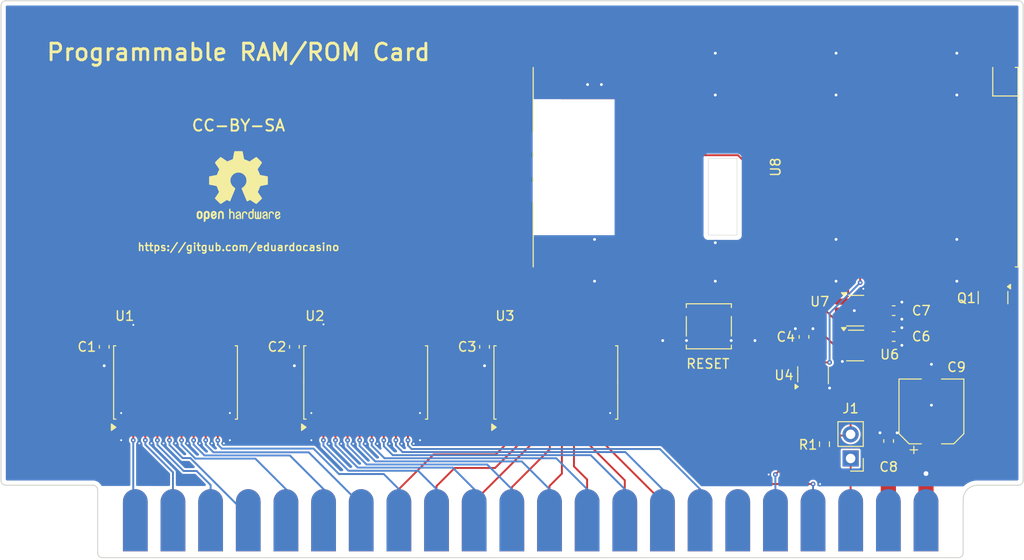
<source format=kicad_pcb>
(kicad_pcb (version 20221018) (generator pcbnew)
  (layers (0 "F.Cu" signal) (31 "B.Cu" signal) (34 "B.Paste" user) (35 "F.Paste" user) (36 "B.SilkS" user "B.Silkscreen") (37 "F.SilkS" user "F.Silkscreen") (38 "B.Mask" user) (39 "F.Mask" user) (44 "Edge.Cuts" user))
  (net 0 "")
  (net 1 "Net-(J1-Pin_2)")
  (net 2 "+5V")
  (net 3 "/A0")
  (net 4 "/A1")
  (net 5 "GND")
  (net 6 "/A2")
  (net 7 "/A3")
  (net 8 "/A4")
  (net 9 "/A5")
  (net 10 "/A6")
  (net 11 "/A7")
  (net 12 "/A8")
  (net 13 "/A9")
  (net 14 "/A10")
  (net 15 "/A11")
  (net 16 "/A12")
  (net 17 "/A13")
  (net 18 "/A14")
  (net 19 "/A15")
  (net 20 "/D0")
  (net 21 "/D1")
  (net 22 "/D2")
  (net 23 "/D3")
  (net 24 "/D4")
  (net 25 "/D5")
  (net 26 "/D6")
  (net 27 "/D7")
  (net 28 "/~{CE}")
  (net 31 "Net-(Q1-G)")
  (net 32 "Net-(Q1-S)")
  (net 33 "Net-(U8-RUN)")
  (net 34 "/R{slash}~{W}")
  (net 35 "+3.3V")
  (net 36 "/AB0")
  (net 37 "/AB1")
  (net 38 "/AB2")
  (net 39 "/AB3")
  (net 40 "/AB4")
  (net 41 "/AB5")
  (net 42 "/AB6")
  (net 43 "/AB7")
  (net 44 "/AB8")
  (net 45 "/AB9")
  (net 46 "/AB10")
  (net 47 "/AB11")
  (net 48 "/AB12")
  (net 49 "/AB13")
  (net 50 "/AB14")
  (net 51 "/AB15")
  (net 52 "/~{R}{slash}W")
  (net 53 "/DB0")
  (net 54 "/DB1")
  (net 55 "/DB2")
  (net 56 "/DB3")
  (net 57 "/DB4")
  (net 58 "/DB5")
  (net 59 "/DB6")
  (net 60 "/DB7")
  (net 61 "/~{DECEN}")
  (net 76 "Net-(U6-Pad1)")
  (net 78 "/~{R}{slash}W'")
  (footprint "Capacitor_SMD:C_0603_1608Metric_Pad1.08x0.95mm_HandSolder" (layer "F.Cu") (at 102.15 141.63 90)
    (fp_text reference "C3")
    (fp_text value "100nF")
  )
  (footprint "Package_SO:SOIC-20W_7.5x12.8mm_P1.27mm" (layer "F.Cu") (at 109.65 145.38 90)
    (fp_text reference "U3")
    (fp_text value "74LVC245")
  )
  (footprint "Connector_PinHeader_2.54mm:PinHeader_1x02_P2.54mm_Vertical" (layer "F.Cu") (at 140.65 153.38 180)
    (fp_text reference "J1")
    (fp_text value "Conn_02x01")
  )
  (footprint "Package_SO:SOIC-20W_7.5x12.8mm_P1.27mm" (layer "F.Cu") (at 89.65 145.38 90)
    (fp_text reference "U2")
    (fp_text value "74LVC541")
  )
  (footprint "Package_TO_SOT_SMD:SOT-23-6_Handsoldering" (layer "F.Cu") (at 141.13 137.82)
    (fp_text reference "U7")
    (fp_text value "74LVC1G27")
  )
  (footprint "Capacitor_SMD:CP_Elec_6.3x5.9" (layer "F.Cu") (at 149.15 148.43 90)
    (fp_text reference "C9")
    (fp_text value "100uF")
  )
  (footprint "Capacitor_SMD:C_0603_1608Metric_Pad1.08x0.95mm_HandSolder" (layer "F.Cu") (at 145.18 140.54 180)
    (fp_text reference "C6")
    (fp_text value "100nF")
  )
  (footprint "Capacitor_SMD:C_0603_1608Metric_Pad1.08x0.95mm_HandSolder" (layer "F.Cu") (at 144.65 151.5425 90)
    (fp_text reference "C8")
    (fp_text value "100nF")
  )
  (footprint "Button-Switch:SW_SPST_TL3305A" (layer "F.Cu") (at 125.74 139.47)
    (fp_text reference "SW1" hide)
    (fp_text value "RESET")
  )
  (footprint "Capacitor_SMD:C_0603_1608Metric_Pad1.08x0.95mm_HandSolder" (layer "F.Cu") (at 82.15 141.63 90)
    (fp_text reference "C2")
    (fp_text value "100nF")
  )
  (footprint "PicoW:RPi_PicoW_SMD" (layer "F.Cu") (at 132.7675 122.7175 -90)
    (fp_text reference "U8")
    (fp_text value "PicoW")
  )
  (footprint "Symbol:OSHW-Logo2_9.8x8mm_SilkScreen" (layer "F.Cu") (at 76.27 124.75)
    (fp_text reference "REF**" hide)
    (fp_text value "OSHW-Logo2_9.8x8mm_SilkScreen" hide)
  )
  (footprint "Capacitor_SMD:C_0603_1608Metric_Pad1.08x0.95mm_HandSolder" (layer "F.Cu") (at 135.75 140.5825 -90)
    (fp_text reference "C4")
    (fp_text value "100nF")
  )
  (footprint "Capacitor_SMD:C_0603_1608Metric_Pad1.08x0.95mm_HandSolder" (layer "F.Cu") (at 62.15 141.63 90)
    (fp_text reference "C1")
    (fp_text value "100nF")
  )
  (footprint "Package_TO_SOT_SMD:SOT-23" (layer "F.Cu") (at 155.63 136.4525 -90)
    (fp_text reference "Q1")
    (fp_text value "DMG2305UX")
  )
  (footprint "Package_TO_SOT_SMD:SOT-23-5_HandSoldering" (layer "F.Cu") (at 136.7 144.62 90)
    (fp_text reference "U4")
    (fp_text value "74LVC1G04")
  )
  (footprint "MTU_Library:EDGE_CONN" (layer "F.Cu") (at 107 160 90)
    (fp_text reference "J3" hide)
    (fp_text value "EDGE_CONN")
  )
  (footprint "Package_TO_SOT_SMD:SOT-23-5_HandSoldering" (layer "F.Cu") (at 141.13 141.49)
    (fp_text reference "U6")
    (fp_text value "74LVC1G38")
  )
  (footprint "Capacitor_SMD:C_0603_1608Metric_Pad1.08x0.95mm_HandSolder" (layer "F.Cu") (at 145.18 137.82 180)
    (fp_text reference "C7")
    (fp_text value "100nF")
  )
  (footprint "Package_SO:SOIC-20W_7.5x12.8mm_P1.27mm" (layer "F.Cu") (at 69.65 145.38 90)
    (fp_text reference "U1")
    (fp_text value "74LVC541")
  )
  (footprint "Resistor_SMD:R_0603_1608Metric_Pad0.98x0.95mm_HandSolder" (layer "F.Cu") (at 137.9 151.88 -90)
    (fp_text reference "R1")
    (fp_text value "3K3")
  )
  (gr_arc (start 51.8 156.2) (mid 51.446447 156.053553) (end 51.3 155.7) (stroke (width 0.1)) (layer "Edge.Cuts"))
  (gr_line (start 158.3 105.2) (end 51.8 105.2) (stroke (width 0.1)) (layer "Edge.Cuts"))
  (gr_arc (start 158.8 155.7) (mid 158.653553 156.053553) (end 158.3 156.2) (stroke (width 0.1)) (layer "Edge.Cuts"))
  (gr_rect (start 125.68 121.79) (end 128.7 129.87) (stroke (width 0.05)) (fill none) (layer "Edge.Cuts"))
  (gr_line (start 152.49 163.32) (end 152.49 157.7) (stroke (width 0.1)) (layer "Edge.Cuts"))
  (gr_arc (start 60.96 156.2) (mid 61.313553 156.346447) (end 61.46 156.7) (stroke (width 0.1)) (layer "Edge.Cuts"))
  (gr_line (start 51.8 156.2) (end 60.96 156.2) (stroke (width 0.1)) (layer "Edge.Cuts"))
  (gr_line (start 51.3 105.7) (end 51.3 155.7) (stroke (width 0.1)) (layer "Edge.Cuts"))
  (gr_line (start 153.99 156.2) (end 158.3 156.2) (stroke (width 0.1)) (layer "Edge.Cuts"))
  (gr_arc (start 51.3 105.7) (mid 51.446447 105.346447) (end 51.8 105.2) (stroke (width 0.1)) (layer "Edge.Cuts"))
  (gr_arc (start 61.96 163.82) (mid 61.606447 163.673553) (end 61.46 163.32) (stroke (width 0.1)) (layer "Edge.Cuts"))
  (gr_line (start 61.96 163.82) (end 151.99 163.82) (stroke (width 0.1)) (layer "Edge.Cuts"))
  (gr_arc (start 158.3 105.2) (mid 158.653553 105.346447) (end 158.8 105.7) (stroke (width 0.1)) (layer "Edge.Cuts"))
  (gr_line (start 158.8 155.7) (end 158.8 105.7) (stroke (width 0.1)) (layer "Edge.Cuts"))
  (gr_arc (start 152.49 157.7) (mid 152.92934 156.63934) (end 153.99 156.2) (stroke (width 0.1)) (layer "Edge.Cuts"))
  (gr_line (start 61.46 156.7) (end 61.46 163.32) (stroke (width 0.1)) (layer "Edge.Cuts"))
  (gr_arc (start 152.49 163.32) (mid 152.343553 163.673553) (end 151.99 163.82) (stroke (width 0.1)) (layer "Edge.Cuts"))
  (gr_text "https://gitgub.com/eduardocasino" (at 76.27 131.6) (layer "F.SilkS") (effects (font (size 0.8 0.8) (thickness 0.15) bold) (justify bottom)))
  (gr_text "CC-BY-SA" (at 76.27 119.03) (layer "F.SilkS") (effects (font (size 1.2 1.2) (thickness 0.2) bold) (justify bottom)))
  (gr_text "Programmable RAM/ROM Card" (at 76.27 111.64) (layer "F.SilkS") (effects (font (size 1.75 1.75) (thickness 0.3) bold) (justify bottom)))
  (segment (start 142.48 145.27) (end 142.48 142.44) (width 0.2) (layer "F.Cu") (net 1))
  (segment (start 140.65 150.84) (end 140.65 147.1) (width 0.2) (layer "F.Cu") (net 1))
  (segment (start 140.65 147.1) (end 142.48 145.27) (width 0.2) (layer "F.Cu") (net 1))
  (segment (start 140.5225 150.9675) (end 140.65 150.84) (width 0.2) (layer "F.Cu") (net 1))
  (segment (start 137.9 150.9675) (end 140.5225 150.9675) (width 0.2) (layer "F.Cu") (net 1))
  (segment (start 151.35 151.23) (end 155.63 146.95) (width 0.95) (layer "F.Cu") (net 2))
  (segment (start 146.93 151.23) (end 144.62 153.54) (width 1.6) (layer "F.Cu") (net 2))
  (segment (start 144.475 152.23) (end 144.65 152.405) (width 0.2) (layer "F.Cu") (net 2))
  (segment (start 155.63 146.95) (end 155.63 137.39) (width 0.95) (layer "F.Cu") (net 2))
  (segment (start 149.15 151.23) (end 151.35 151.23) (width 0.95) (layer "F.Cu") (net 2))
  (segment (start 137.9 152.7925) (end 138.4625 152.23) (width 0.2) (layer "F.Cu") (net 2))
  (segment (start 144.65 159.85) (end 144.62 159.88) (width 0.2) (layer "F.Cu") (net 2))
  (segment (start 149.15 151.23) (end 146.93 151.23) (width 1.6) (layer "F.Cu") (net 2))
  (segment (start 138.4625 152.23) (end 144.475 152.23) (width 0.2) (layer "F.Cu") (net 2))
  (segment (start 144.62 153.54) (end 144.62 159.88) (width 1.6) (layer "F.Cu") (net 2))
  (segment (start 66.475 139.49828) (end 66.475 140.73) (width 0.2) (layer "F.Cu") (net 3))
  (segment (start 99.69328 106.28) (end 66.475 139.49828) (width 0.2) (layer "F.Cu") (net 3))
  (segment (start 156.8975 113.8275) (end 156.8975 112.2675) (width 0.2) (layer "F.Cu") (net 3))
  (segment (start 156.8975 112.2675) (end 150.91 106.28) (width 0.2) (layer "F.Cu") (net 3))
  (segment (start 150.91 106.28) (end 99.69328 106.28) (width 0.2) (layer "F.Cu") (net 3))
  (segment (start 148.697 106.607) (end 99.828728 106.607) (width 0.2) (layer "F.Cu") (net 4))
  (segment (start 67.745 138.690728) (end 67.745 140.73) (width 0.2) (layer "F.Cu") (net 4))
  (segment (start 154.3575 112.2675) (end 148.697 106.607) (width 0.2) (layer "F.Cu") (net 4))
  (segment (start 99.828728 106.607) (end 67.745 138.690728) (width 0.2) (layer "F.Cu") (net 4))
  (segment (start 154.3575 113.8275) (end 154.3575 112.2675) (width 0.2) (layer "F.Cu") (net 4))
  (segment (start 95.365 148.6) (end 95.365 150.03) (width 0.2) (layer "F.Cu") (net 5))
  (segment (start 139.12 110.72) (end 139.12 113.825) (width 0.6) (layer "F.Cu") (net 5))
  (segment (start 120.89 140.97) (end 122.14 140.97) (width 0.2) (layer "F.Cu") (net 5))
  (segment (start 102.15 143.62) (end 102.15 142.4925) (width 0.6) (layer "F.Cu") (net 5))
  (segment (start 75.365 148.6) (end 75.365 150.03) (width 0.2) (layer "F.Cu") (net 5))
  (segment (start 113.72 131.605) (end 113.7175 131.6075) (width 0.6) (layer "F.Cu") (net 5))
  (segment (start 149.15 143.47) (end 149.15 145.63) (width 0.6) (layer "F.Cu") (net 5))
  (segment (start 126.42 110.72) (end 126.42 113.825) (width 0.6) (layer "F.Cu") (net 5))
  (segment (start 126.42 113.825) (end 126.4175 113.8275) (width 0.6) (layer "F.Cu") (net 5))
  (segment (start 113.72 131.61) (end 113.7175 131.6075) (width 0.6) (layer "F.Cu") (net 5))
  (segment (start 63.935 150.03) (end 63.935 148.6) (width 0.2) (layer "F.Cu") (net 5))
  (segment (start 128.09 140.97) (end 129.34 140.97) (width 0.2) (layer "F.Cu") (net 5))
  (segment (start 146.0425 136.9225) (end 146.04 136.92) (width 0.6) (layer "F.Cu") (net 5))
  (segment (start 151.82 110.72) (end 151.82 113.825) (width 0.6) (layer "F.Cu") (net 5))
  (segment (start 149.15 147.77) (end 149.15 145.63) (width 0.6) (layer "F.Cu") (net 5))
  (segment (start 63.935 151.46) (end 63.935 150.03) (width 0.2) (layer "F.Cu") (net 5))
  (segment (start 85.205 139.275) (end 85.21 139.27) (width 0.2) (layer "F.Cu") (net 5))
  (segment (start 145.54 150.68) (end 144.65 150.68) (width 0.6) (layer "F.Cu") (net 5))
  (segment (start 115.365 148.6) (end 115.365 150.03) (width 0.2) (layer "F.Cu") (net 5))
  (segment (start 139.12 131.61) (end 139.1175 131.6075) (width 0.6) (layer "F.Cu") (net 5))
  (segment (start 139.12 113.825) (end 139.1175 113.8275) (width 0.6) (layer "F.Cu") (net 5))
  (segment (start 113.72 134.72) (end 113.72 131.61) (width 0.6) (layer "F.Cu") (net 5))
  (segment (start 146.04 141.47) (end 146.04 140.5425) (width 0.6) (layer "F.Cu") (net 5))
  (segment (start 65.21 139.32) (end 65.21 140.725) (width 0.2) (layer "F.Cu") (net 5))
  (segment (start 123.39 140.97) (end 122.14 140.97) (width 0.2) (layer "F.Cu") (net 5))
  (segment (start 126.42 130.67) (end 126.42 131.605) (width 0.6) (layer "F.Cu") (net 5))
  (segment (start 139.12 131.605) (end 139.1175 131.6075) (width 0.6) (layer "F.Cu") (net 5))
  (segment (start 126.42 134.72) (end 126.42 131.61) (width 0.6) (layer "F.Cu") (net 5))
  (segment (start 151.82 131.61) (end 151.8175 131.6075) (width 0.6) (layer "F.Cu") (net 5))
  (segment (start 151.82 131.605) (end 151.8175 131.6075) (width 0.6) (layer "F.Cu") (net 5))
  (segment (start 65.21 140.725) (end 65.205 140.73) (width 0.2) (layer "F.Cu") (net 5))
  (segment (start 151.82 115.12) (end 151.82 113.83) (width 0.6) (layer "F.Cu") (net 5))
  (segment (start 151.82 134.72) (end 151.82 131.61) (width 0.6) (layer "F.Cu") (net 5))
  (segment (start 146.0425 137.82) (end 146.0425 136.9225) (width 0.6) (layer "F.Cu") (net 5))
  (segment (start 151.82 130.32) (end 151.82 131.605) (width 0.6) (layer "F.Cu") (net 5))
  (segment (start 146.04 137.8225) (end 146.0425 137.82) (width 0.6) (layer "F.Cu") (net 5))
  (segment (start 146.04 138.72) (end 146.04 137.8225) (width 0.6) (layer "F.Cu") (net 5))
  (segment (start 136.69 139.72) (end 135.75 139.72) (width 0.6) (layer "F.Cu") (net 5))
  (segment (start 83.935 150.03) (end 83.935 148.6) (width 0.2) (layer "F.Cu") (net 5))
  (segment (start 126.42 113.83) (end 126.4175 113.8275) (width 0.6) (layer "F.Cu") (net 5))
  (segment (start 62.15 143.62) (end 62.15 142.4925) (width 0.6) (layer "F.Cu") (net 5))
  (segment (start 146.04 140.5425) (end 146.0425 140.54) (width 0.6) (layer "F.Cu") (net 5))
  (segment (start 126.42 131.61) (end 126.4175 131.6075) (width 0.6) (layer "F.Cu") (net 5))
  (segment (start 82.15 143.62) (end 82.15 142.4925) (width 0.6) (layer "F.Cu") (net 5))
  (segment (start 151.82 113.83) (end 151.8175 113.8275) (width 0.6) (layer "F.Cu") (net 5))
  (segment (start 134.84 139.72) (end 135.75 139.72) (width 0.6) (layer "F.Cu") (net 5))
  (segment (start 85.205 140.73) (end 85.205 139.275) (width 0.2) (layer "F.Cu") (net 5))
  (segment (start 113.72 130.32) (end 113.72 131.605) (width 0.6) (layer "F.Cu") (net 5))
  (segment (start 146.04 140.5375) (end 146.0425 140.54) (width 0.6) (layer "F.Cu") (net 5))
  (segment (start 143.74 150.68) (end 144.65 150.68) (width 0.6) (layer "F.Cu") (net 5))
  (segment (start 139.12 130.32) (end 139.12 131.605) (width 0.6) (layer "F.Cu") (net 5))
  (segment (start 139.12 134.72) (end 139.12 131.61) (width 0.6) (layer "F.Cu") (net 5))
  (segment (start 83.935 151.46) (end 83.935 150.03) (width 0.2) (layer "F.Cu") (net 5))
  (segment (start 139.12 113.83) (end 139.1175 113.8275) (width 0.6) (layer "F.Cu") (net 5))
  (segment (start 141.04 137.82) (end 139.78 137.82) (width 0.6) (layer "F.Cu") (net 5))
  (segment (start 75.365 151.46) (end 75.365 150.03) (width 0.2) (layer "F.Cu") (net 5))
  (segment (start 146.04 139.62) (end 146.04 140.5375) (width 0.6) (layer "F.Cu") (net 5))
  (segment (start 139.12 115.12) (end 139.12 113.83) (width 0.6) (layer "F.Cu") (net 5))
  (segment (start 151.82 113.825) (end 151.8175 113.8275) (width 0.6) (layer "F.Cu") (net 5))
  (segment (start 130.59 140.97) (end 129.34 140.97) (width 0.2) (layer "F.Cu") (net 5))
  (segment (start 95.365 151.46) (end 95.365 150.03) (width 0.2) (layer "F.Cu") (net 5))
  (segment (start 138.44 145.97) (end 137.65 145.97) (width 0.6) (layer "F.Cu") (net 5))
  (segment (start 126.42 131.605) (end 126.4175 131.6075) (width 0.6) (layer "F.Cu") (net 5))
  (segment (start 139.78 143.17) (end 139.78 142.44) (width 0.6) (layer "F.Cu") (net 5))
  (segment (start 148.58 159.88) (end 148.58 154.97) (width 1.6) (layer "F.Cu") (net 5))
  (segment (start 126.42 115.12) (end 126.42 113.83) (width 0.6) (layer "F.Cu") (net 5))
  (via (at 138.44 145.97) (size 0.6) (drill 0.3) (layers "F.Cu" "B.Cu") (net 5))
  (via (at 151.82 130.32) (size 0.6) (drill 0.3) (layers "F.Cu" "B.Cu") (net 5))
  (via (at 83.935 151.46) (size 0.5) (drill 0.2) (layers "F.Cu" "B.Cu") (net 5))
  (via (at 139.78 143.17) (size 0.6) (drill 0.3) (layers "F.Cu" "B.Cu") (net 5))
  (via (at 151.82 110.72) (size 0.6) (drill 0.3) (layers "F.Cu" "B.Cu") (net 5))
  (via (at 112.99 114.02) (size 0.6) (drill 0.3) (layers "F.Cu" "B.Cu") (net 5))
  (via (at 85.21 139.27) (size 0.5) (drill 0.2) (layers "F.Cu" "B.Cu") (net 5))
  (via (at 74.74 151.79) (size 0.5) (drill 0.2) (layers "F.Cu" "B.Cu") (net 5))
  (via (at 139.12 110.72) (size 0.6) (drill 0.3) (layers "F.Cu" "B.Cu") (net 5))
  (via (at 115.365 148.6) (size 0.5) (drill 0.2) (layers "F.Cu" "B.Cu") (net 5))
  (via (at 68.39 151.79) (size 0.5) (drill 0.2) (layers "F.Cu" "B.Cu") (net 5))
  (via (at 85.808909 151.831091) (size 0.5) (drill 0.2) (layers "F.Cu" "B.Cu") (net 5))
  (via (at 141.04 137.82) (size 0.6) (drill 0.3) (layers "F.Cu" "B.Cu") (net 5))
  (via (at 65.21 139.32) (size 0.5) (drill 0.2) (layers "F.Cu" "B.Cu") (net 5))
  (via (at 148.58 154.97) (size 1.6) (drill 0.5) (layers "F.Cu" "B.Cu") (net 5))
  (via (at 92.158909 151.831091) (size 0.5) (drill 0.2) (layers "F.Cu" "B.Cu") (net 5))
  (via (at 87.078909 151.831091) (size 0.5) (drill 0.2) (layers "F.Cu" "B.Cu") (net 5))
  (via (at 139.12 115.12) (size 0.6) (drill 0.3) (layers "F.Cu" "B.Cu") (net 5))
  (via (at 149.15 143.47) (size 0.6) (drill 0.3) (layers "F.Cu" "B.Cu") (net 5))
  (via (at 82.15 143.62) (size 0.6) (drill 0.3) (layers "F.Cu" "B.Cu") (net 5))
  (via (at 120.89 140.97) (size 0.6) (drill 0.3) (layers "F.Cu" "B.Cu") (net 5))
  (via (at 69.66 151.79) (size 0.5) (drill 0.2) (layers "F.Cu" "B.Cu") (net 5))
  (via (at 145.54 150.68) (size 0.6) (drill 0.3) (layers "F.Cu" "B.Cu") (net 5))
  (via (at 83.935 148.6) (size 0.5) (drill 0.2) (layers "F.Cu" "B.Cu") (net 5))
  (via (at 94.698909 151.831091) (size 0.5) (drill 0.2) (layers "F.Cu" "B.Cu") (net 5))
  (via (at 146.04 139.62) (size 0.6) (drill 0.3) (layers "F.Cu" "B.Cu") (net 5))
  (via (at 62.15 143.62) (size 0.6) (drill 0.3) (layers "F.Cu" "B.Cu") (net 5))
  (via (at 102.15 143.62) (size 0.6) (drill 0.3) (layers "F.Cu" "B.Cu") (net 5))
  (via (at 73.47 151.79) (size 0.5) (drill 0.2) (layers "F.Cu" "B.Cu") (net 5))
  (via (at 72.2 151.79) (size 0.5) (drill 0.2) (layers "F.Cu" "B.Cu") (net 5))
  (via (at 128.09 140.97) (size 0.6) (drill 0.3) (layers "F.Cu" "B.Cu") (net 5))
  (via (at 146.04 141.47) (size 0.6) (drill 0.3) (layers "F.Cu" "B.Cu") (net 5))
  (via (at 113.72 134.72) (size 0.6) (drill 0.3) (layers "F.Cu" "B.Cu") (net 5))
  (via (at 126.42 110.72) (size 0.6) (drill 0.3) (layers "F.Cu" "B.Cu") (net 5))
  (via (at 126.42 115.12) (size 0.6) (drill 0.3) (layers "F.Cu" "B.Cu") (net 5))
  (via (at 130.59 140.97) (size 0.6) (drill 0.3) (layers "F.Cu" "B.Cu") (net 5))
  (via (at 123.39 140.97) (size 0.6) (drill 0.3) (layers "F.Cu" "B.Cu") (net 5))
  (via (at 67.12 151.79) (size 0.5) (drill 0.2) (layers "F.Cu" "B.Cu") (net 5))
  (via (at 63.935 148.6) (size 0.5) (drill 0.2) (layers "F.Cu" "B.Cu") (net 5))
  (via (at 88.348909 151.831091) (size 0.5) (drill 0.2) (layers "F.Cu" "B.Cu") (net 5))
  (via (at 137.44 156.07) (size 0.5) (drill 0.2) (layers "F.Cu" "B.Cu") (net 5))
  (via (at 93.428909 151.831091) (size 0.5) (drill 0.2) (layers "F.Cu" "B.Cu") (net 5))
  (via (at 95.365 151.46) (size 0.5) (drill 0.2) (layers "F.Cu" "B.Cu") (net 5))
  (via (at 65.85 151.79) (size 0.5) (drill 0.2) (layers "F.Cu" "B.Cu") (net 5))
  (via (at 75.365 148.6) (size 0.5) (drill 0.2) (layers "F.Cu" "B.Cu") (net 5))
  (via (at 95.365 148.6) (size 0.5) (drill 0.2) (layers "F.Cu" "B.Cu") (net 5))
  (via (at 139.12 130.32) (size 0.6) (drill 0.3) (layers "F.Cu" "B.Cu") (net 5))
  (via (at 63.935 151.46) (size 0.5) (drill 0.2) (layers "F.Cu" "B.Cu") (net 5))
  (via (at 114.44 114.02) (size 0.6) (drill 0.3) (layers "F.Cu" "B.Cu") (net 5))
  (via (at 146.04 136.92) (size 0.6) (drill 0.3) (layers "F.Cu" "B.Cu") (net 5))
  (via (at 113.72 130.32) (size 0.6) (drill 0.3) (layers "F.Cu" "B.Cu") (net 5))
  (via (at 90.888909 151.831091) (size 0.5) (drill 0.2) (layers "F.Cu" "B.Cu") (net 5))
  (via (at 149.15 147.77) (size 0.6) (drill 0.3) (layers "F.Cu" "B.Cu") (net 5))
  (via (at 139.12 134.72) (size 0.6) (drill 0.3) (layers "F.Cu" "B.Cu") (net 5))
  (via (at 143.74 150.68) (size 0.6) (drill 0.3) (layers "F.Cu" "B.Cu") (net 5))
  (via (at 75.365 151.46) (size 0.5) (drill 0.2) (layers "F.Cu" "B.Cu") (net 5))
  (via (at 151.82 115.12) (size 0.6) (drill 0.3) (layers "F.Cu" "B.Cu") (net 5))
  (via (at 89.618909 151.831091) (size 0.5) (drill 0.2) (layers "F.Cu" "B.Cu") (net 5))
  (via (at 132.03 155.07) (size 0.5) (drill 0.2) (layers "F.Cu" "B.Cu") (net 5))
  (via (at 136.69 139.72) (size 0.6) (drill 0.3) (layers "F.Cu" "B.Cu") (net 5))
  (via (at 146.04 138.72) (size 0.6) (drill 0.3) (layers "F.Cu" "B.Cu") (net 5))
  (via (at 126.42 130.67) (size 0.6) (drill 0.3) (layers "F.Cu" "B.Cu") (net 5))
  (via (at 141.99 135.52) (size 0.5) (drill 0.2) (layers "F.Cu" "B.Cu") (net 5))
  (via (at 70.93 151.79) (size 0.5) (drill 0.2) (layers "F.Cu" "B.Cu") (net 5))
  (via (at 134.84 139.72) (size 0.6) (drill 0.3) (layers "F.Cu" "B.Cu") (net 5))
  (via (at 151.82 134.72) (size 0.6) (drill 0.3) (layers "F.Cu" "B.Cu") (net 5))
  (via (at 126.42 134.72) (size 0.6) (drill 0.3) (layers "F.Cu" "B.Cu") (net 5))
  (segment (start 99.964176 106.934) (end 69.015 137.883176) (width 0.2) (layer "F.Cu") (net 6))
  (segment (start 69.015 137.883176) (end 69.015 140.73) (width 0.2) (layer "F.Cu") (net 6))
  (segment (start 149.2775 112.2675) (end 143.944 106.934) (width 0.2) (layer "F.Cu") (net 6))
  (segment (start 149.2775 113.8275) (end 149.2775 112.2675) (width 0.2) (layer "F.Cu") (net 6))
  (segment (start 143.944 106.934) (end 99.964176 106.934) (width 0.2) (layer "F.Cu") (net 6))
  (segment (start 70.285 137.075624) (end 70.285 140.73) (width 0.2) (layer "F.Cu") (net 7))
  (segment (start 146.7375 113.8275) (end 146.7375 112.2675) (width 0.2) (layer "F.Cu") (net 7))
  (segment (start 141.7505 107.2805) (end 100.080124 107.2805) (width 0.2) (layer "F.Cu") (net 7))
  (segment (start 100.080124 107.2805) (end 70.285 137.075624) (width 0.2) (layer "F.Cu") (net 7))
  (segment (start 146.7375 112.2675) (end 141.7505 107.2805) (width 0.2) (layer "F.Cu") (net 7))
  (segment (start 144.1975 112.2675) (end 139.5375 107.6075) (width 0.2) (layer "F.Cu") (net 8))
  (segment (start 144.1975 113.8275) (end 144.1975 112.2675) (width 0.2) (layer "F.Cu") (net 8))
  (segment (start 71.555 136.268072) (end 71.555 140.73) (width 0.2) (layer "F.Cu") (net 8))
  (segment (start 139.5375 107.6075) (end 100.215572 107.6075) (width 0.2) (layer "F.Cu") (net 8))
  (segment (start 100.215572 107.6075) (end 71.555 136.268072) (width 0.2) (layer "F.Cu") (net 8))
  (segment (start 141.6575 112.2675) (end 137.3245 107.9345) (width 0.2) (layer "F.Cu") (net 9))
  (segment (start 141.6575 113.8275) (end 141.6575 112.2675) (width 0.2) (layer "F.Cu") (net 9))
  (segment (start 100.35102 107.9345) (end 72.825 135.46052) (width 0.2) (layer "F.Cu") (net 9))
  (segment (start 137.3245 107.9345) (end 100.35102 107.9345) (width 0.2) (layer "F.Cu") (net 9))
  (segment (start 72.825 135.46052) (end 72.825 140.73) (width 0.2) (layer "F.Cu") (net 9))
  (segment (start 136.5775 112.2675) (end 132.5715 108.2615) (width 0.2) (layer "F.Cu") (net 10))
  (segment (start 100.486468 108.2615) (end 74.095 134.652968) (width 0.2) (layer "F.Cu") (net 10))
  (segment (start 136.5775 113.8275) (end 136.5775 112.2675) (width 0.2) (layer "F.Cu") (net 10))
  (segment (start 132.5715 108.2615) (end 100.486468 108.2615) (width 0.2) (layer "F.Cu") (net 10))
  (segment (start 74.095 134.652968) (end 74.095 140.73) (width 0.2) (layer "F.Cu") (net 10))
  (segment (start 134.0375 113.8275) (end 134.0375 112.2675) (width 0.2) (layer "F.Cu") (net 11))
  (segment (start 130.3585 108.5885) (end 100.621916 108.5885) (width 0.2) (layer "F.Cu") (net 11))
  (segment (start 134.0375 112.2675) (end 130.3585 108.5885) (width 0.2) (layer "F.Cu") (net 11))
  (segment (start 75.365 133.845416) (end 75.365 140.73) (width 0.2) (layer "F.Cu") (net 11))
  (segment (start 100.621916 108.5885) (end 75.365 133.845416) (width 0.2) (layer "F.Cu") (net 11))
  (segment (start 131.4975 112.2675) (end 128.1455 108.9155) (width 0.2) (layer "F.Cu") (net 12))
  (segment (start 131.4975 113.8275) (end 131.4975 112.2675) (width 0.2) (layer "F.Cu") (net 12))
  (segment (start 128.1455 108.9155) (end 100.757364 108.9155) (width 0.2) (layer "F.Cu") (net 12))
  (segment (start 86.475 123.197864) (end 86.475 140.73) (width 0.2) (layer "F.Cu") (net 12))
  (segment (start 100.757364 108.9155) (end 86.475 123.197864) (width 0.2) (layer "F.Cu") (net 12))
  (segment (start 128.9575 113.8275) (end 128.9575 112.2675) (width 0.2) (layer "F.Cu") (net 13))
  (segment (start 125.9325 109.2425) (end 100.892812 109.2425) (width 0.2) (layer "F.Cu") (net 13))
  (segment (start 128.9575 112.2675) (end 125.9325 109.2425) (width 0.2) (layer "F.Cu") (net 13))
  (segment (start 87.745 122.390312) (end 87.745 140.73) (width 0.2) (layer "F.Cu") (net 13))
  (segment (start 100.892812 109.2425) (end 87.745 122.390312) (width 0.2) (layer "F.Cu") (net 13))
  (segment (start 101.02826 109.5695) (end 89.015 121.58276) (width 0.2) (layer "F.Cu") (net 14))
  (segment (start 89.015 121.58276) (end 89.015 140.73) (width 0.2) (layer "F.Cu") (net 14))
  (segment (start 123.8775 113.8275) (end 123.8775 112.2675) (width 0.2) (layer "F.Cu") (net 14))
  (segment (start 121.1795 109.5695) (end 101.02826 109.5695) (width 0.2) (layer "F.Cu") (net 14))
  (segment (start 123.8775 112.2675) (end 121.1795 109.5695) (width 0.2) (layer "F.Cu") (net 14))
  (segment (start 101.163708 109.8965) (end 90.285 120.775208) (width 0.2) (layer "F.Cu") (net 15))
  (segment (start 118.9665 109.8965) (end 101.163708 109.8965) (width 0.2) (layer "F.Cu") (net 15))
  (segment (start 121.3375 113.8275) (end 121.3375 112.2675) (width 0.2) (layer "F.Cu") (net 15))
  (segment (start 90.285 120.775208) (end 90.285 140.73) (width 0.2) (layer "F.Cu") (net 15))
  (segment (start 121.3375 112.2675) (end 118.9665 109.8965) (width 0.2) (layer "F.Cu") (net 15))
  (segment (start 101.299156 110.2235) (end 91.555 119.967656) (width 0.2) (layer "F.Cu") (net 16))
  (segment (start 116.7535 110.2235) (end 101.299156 110.2235) (width 0.2) (layer "F.Cu") (net 16))
  (segment (start 118.7975 112.2675) (end 116.7535 110.2235) (width 0.2) (layer "F.Cu") (net 16))
  (segment (start 118.7975 113.8275) (end 118.7975 112.2675) (width 0.2) (layer "F.Cu") (net 16))
  (segment (start 91.555 119.967656) (end 91.555 140.73) (width 0.2) (layer "F.Cu") (net 16))
  (segment (start 114.5405 110.5505) (end 101.434604 110.5505) (width 0.2) (layer "F.Cu") (net 17))
  (segment (start 133.16 120.8) (end 142.93 130.57) (width 0.2) (layer "F.Cu") (net 17))
  (segment (start 122.27 120.8) (end 133.16 120.8) (width 0.2) (layer "F.Cu") (net 17))
  (segment (start 142.93 136.4225) (end 142.48 136.8725) (width 0.2) (layer "F.Cu") (net 17))
  (segment (start 116.2575 114.7875) (end 122.27 120.8) (width 0.2) (layer "F.Cu") (net 17))
  (segment (start 92.825 119.160104) (end 92.825 140.73) (width 0.2) (layer "F.Cu") (net 17))
  (segment (start 116.2575 112.2675) (end 114.5405 110.5505) (width 0.2) (layer "F.Cu") (net 17))
  (segment (start 101.434604 110.5505) (end 92.825 119.160104) (width 0.2) (layer "F.Cu") (net 17))
  (segment (start 142.93 130.57) (end 142.93 136.4225) (width 0.2) (layer "F.Cu") (net 17))
  (segment (start 116.2575 113.8275) (end 116.2575 114.7875) (width 0.2) (layer "F.Cu") (net 17))
  (segment (start 101.570052 110.8775) (end 94.095 118.352552) (width 0.2) (layer "F.Cu") (net 18))
  (segment (start 116.138052 115.1305) (end 122.134552 121.127) (width 0.2) (layer "F.Cu") (net 18))
  (segment (start 122.134552 121.127) (end 122.144552 121.127) (width 0.2) (layer "F.Cu") (net 18))
  (segment (start 111.1775 113.8275) (end 112.4805 115.1305) (width 0.2) (layer "F.Cu") (net 18))
  (segment (start 112.4805 115.1305) (end 116.138052 115.1305) (width 0.2) (layer "F.Cu") (net 18))
  (segment (start 122.144552 121.127) (end 122.147552 121.13) (width 0.2) (layer "F.Cu") (net 18))
  (segment (start 140.39 130.58) (end 140.39 136.2625) (width 0.2) (layer "F.Cu") (net 18))
  (segment (start 111.1775 112.2675) (end 109.7875 110.8775) (width 0.2) (layer "F.Cu") (net 18))
  (segment (start 140.39 136.2625) (end 139.78 136.8725) (width 0.2) (layer "F.Cu") (net 18))
  (segment (start 122.147552 121.13) (end 130.94 121.13) (width 0.2) (layer "F.Cu") (net 18))
  (segment (start 109.7875 110.8775) (end 101.570052 110.8775) (width 0.2) (layer "F.Cu") (net 18))
  (segment (start 130.94 121.13) (end 140.39 130.58) (width 0.2) (layer "F.Cu") (net 18))
  (segment (start 94.095 118.352552) (end 94.095 140.73) (width 0.2) (layer "F.Cu") (net 18))
  (segment (start 108.6375 113.8275) (end 99.0825 113.8275) (width 0.2) (layer "F.Cu") (net 19))
  (segment (start 137.85 130.5) (end 137.85 137.622499) (width 0.2) (layer "F.Cu") (net 19))
  (segment (start 122.009104 121.454) (end 122.012104 121.457) (width 0.2) (layer "F.Cu") (net 19))
  (segment (start 137.85 137.622499) (end 139.000001 138.7725) (width 0.2) (layer "F.Cu") (net 19))
  (segment (start 121.999104 121.454) (end 122.009104 121.454) (width 0.2) (layer "F.Cu") (net 19))
  (segment (start 128.807 121.457) (end 137.85 130.5) (width 0.2) (layer "F.Cu") (net 19))
  (segment (start 139.000001 138.7725) (end 139.78 138.7725) (width 0.2) (layer "F.Cu") (net 19))
  (segment (start 110.2675 115.4575) (end 116.002604 115.4575) (width 0.2) (layer "F.Cu") (net 19))
  (segment (start 116.002604 115.4575) (end 121.999104 121.454) (width 0.2) (layer "F.Cu") (net 19))
  (segment (start 122.012104 121.457) (end 128.807 121.457) (width 0.2) (layer "F.Cu") (net 19))
  (segment (start 99.0825 113.8275) (end 95.365 117.545) (width 0.2) (layer "F.Cu") (net 19))
  (segment (start 108.6375 113.8275) (end 110.2675 115.4575) (width 0.2) (layer "F.Cu") (net 19))
  (segment (start 95.365 117.545) (end 95.365 140.73) (width 0.2) (layer "F.Cu") (net 19))
  (segment (start 131.54 139.72) (end 136.5775 134.6825) (width 0.2) (layer "F.Cu") (net 20))
  (segment (start 115.365 140.73) (end 116.375 139.72) (width 0.2) (layer "F.Cu") (net 20))
  (segment (start 136.5775 134.6825) (end 136.5775 131.6075) (width 0.2) (layer "F.Cu") (net 20))
  (segment (start 116.375 139.72) (end 131.54 139.72) (width 0.2) (layer "F.Cu") (net 20))
  (segment (start 134.0375 136.1725) (end 134.0375 131.6075) (width 0.2) (layer "F.Cu") (net 21))
  (segment (start 116.227552 139.405) (end 116.239552 139.393) (width 0.2) (layer "F.Cu") (net 21))
  (segment (start 114.095 139.705001) (end 114.395001 139.405) (width 0.2) (layer "F.Cu") (net 21))
  (segment (start 116.239552 139.393) (end 130.817 139.393) (width 0.2) (layer "F.Cu") (net 21))
  (segment (start 130.817 139.393) (end 134.0375 136.1725) (width 0.2) (layer "F.Cu") (net 21))
  (segment (start 114.395001 139.405) (end 116.227552 139.405) (width 0.2) (layer "F.Cu") (net 21))
  (segment (start 114.095 140.73) (end 114.095 139.705001) (width 0.2) (layer "F.Cu") (net 21))
  (segment (start 126.99 136.47) (end 128.9575 134.5025) (width 0.2) (layer "F.Cu") (net 22))
  (segment (start 128.9575 134.5025) (end 128.9575 131.6075) (width 0.2) (layer "F.Cu") (net 22))
  (segment (start 116.104104 139.066) (end 119.044 139.066) (width 0.2) (layer "F.Cu") (net 22))
  (segment (start 121.64 136.47) (end 126.99 136.47) (width 0.2) (layer "F.Cu") (net 22))
  (segment (start 112.825 139.705001) (end 113.452001 139.078) (width 0.2) (layer "F.Cu") (net 22))
  (segment (start 116.092104 139.078) (end 116.104104 139.066) (width 0.2) (layer "F.Cu") (net 22))
  (segment (start 119.044 139.066) (end 121.64 136.47) (width 0.2) (layer "F.Cu") (net 22))
  (segment (start 113.452001 139.078) (end 116.092104 139.078) (width 0.2) (layer "F.Cu") (net 22))
  (segment (start 112.825 140.73) (end 112.825 139.705001) (width 0.2) (layer "F.Cu") (net 22))
  (segment (start 118.861 138.739) (end 123.8775 133.7225) (width 0.2) (layer "F.Cu") (net 23))
  (segment (start 111.555 140.73) (end 111.555 139.705001) (width 0.2) (layer "F.Cu") (net 23))
  (segment (start 123.8775 133.7225) (end 123.8775 131.6075) (width 0.2) (layer "F.Cu") (net 23))
  (segment (start 112.509001 138.751) (end 115.956656 138.751) (width 0.2) (layer "F.Cu") (net 23))
  (segment (start 115.968656 138.739) (end 118.861 138.739) (width 0.2) (layer "F.Cu") (net 23))
  (segment (start 111.555 139.705001) (end 112.509001 138.751) (width 0.2) (layer "F.Cu") (net 23))
  (segment (start 115.956656 138.751) (end 115.968656 138.739) (width 0.2) (layer "F.Cu") (net 23))
  (segment (start 121.3375 133.1675) (end 121.3375 131.6075) (width 0.2) (layer "F.Cu") (net 24))
  (segment (start 115.833208 138.412) (end 116.093 138.412) (width 0.2) (layer "F.Cu") (net 24))
  (segment (start 110.285 139.705001) (end 111.566001 138.424) (width 0.2) (layer "F.Cu") (net 24))
  (segment (start 116.093 138.412) (end 121.3375 133.1675) (width 0.2) (layer "F.Cu") (net 24))
  (segment (start 115.821208 138.424) (end 115.833208 138.412) (width 0.2) (layer "F.Cu") (net 24))
  (segment (start 111.566001 138.424) (end 115.821208 138.424) (width 0.2) (layer "F.Cu") (net 24))
  (segment (start 110.285 140.73) (end 110.285 139.705001) (width 0.2) (layer "F.Cu") (net 24))
  (segment (start 109.015 140.73) (end 109.015 139.705001) (width 0.2) (layer "F.Cu") (net 25))
  (segment (start 109.015 139.705001) (end 110.623001 138.097) (width 0.2) (layer "F.Cu") (net 25))
  (segment (start 110.623001 138.097) (end 113.868 138.097) (width 0.2) (layer "F.Cu") (net 25))
  (segment (start 118.7975 133.1675) (end 118.7975 131.6075) (width 0.2) (layer "F.Cu") (net 25))
  (segment (start 113.868 138.097) (end 118.7975 133.1675) (width 0.2) (layer "F.Cu") (net 25))
  (segment (start 109.355 137.77) (end 111.93 137.77) (width 0.2) (layer "F.Cu") (net 26))
  (segment (start 107.745 139.38) (end 109.355 137.77) (width 0.2) (layer "F.Cu") (net 26))
  (segment (start 111.93 137.77) (end 116.2575 133.4425) (width 0.2) (layer "F.Cu") (net 26))
  (segment (start 116.2575 133.4425) (end 116.2575 131.6075) (width 0.2) (layer "F.Cu") (net 26))
  (segment (start 107.745 140.73) (end 107.745 139.38) (width 0.2) (layer "F.Cu") (net 26))
  (segment (start 111.1775 133.1675) (end 111.1775 131.6075) (width 0.2) (layer "F.Cu") (net 27))
  (segment (start 106.475 140.73) (end 106.475 137.87) (width 0.2) (layer "F.Cu") (net 27))
  (segment (start 106.475 137.87) (end 111.1775 133.1675) (width 0.2) (layer "F.Cu") (net 27))
  (segment (start 138.04 140.57) (end 138.96 141.49) (width 0.2) (layer "F.Cu") (net 28))
  (segment (start 133.84 140.57) (end 138.04 140.57) (width 0.2) (layer "F.Cu") (net 28))
  (segment (start 132.355 142.055) (end 133.84 140.57) (width 0.2) (layer "F.Cu") (net 28))
  (segment (start 108.6375 134.2325) (end 108.6375 131.6075) (width 0.2) (layer "F.Cu") (net 28))
  (segment (start 105.505001 142.055) (end 132.355 142.055) (width 0.2) (layer "F.Cu") (net 28))
  (segment (start 105.205 141.754999) (end 105.505001 142.055) (width 0.2) (layer "F.Cu") (net 28))
  (segment (start 105.205 140.73) (end 105.205 141.754999) (width 0.2) (layer "F.Cu") (net 28))
  (segment (start 105.205 137.665) (end 108.6375 134.2325) (width 0.2) (layer "F.Cu") (net 28))
  (segment (start 138.96 141.49) (end 139.78 141.49) (width 0.2) (layer "F.Cu") (net 28))
  (segment (start 105.205 140.73) (end 105.205 137.665) (width 0.2) (layer "F.Cu") (net 28))
  (segment (start 156.69 131.815) (end 156.8975 131.6075) (width 0.6) (layer "F.Cu") (net 31))
  (segment (start 156.58 135.515) (end 156.58 131.81) (width 0.95) (layer "F.Cu") (net 31))
  (segment (start 154.68 135.515) (end 154.68 132.035) (width 0.95) (layer "F.Cu") (net 32))
  (segment (start 154.79 132.04) (end 154.3575 131.6075) (width 0.6) (layer "F.Cu") (net 32))
  (segment (start 131.4975 131.6075) (end 131.4975 135.9125) (width 0.2) (layer "F.Cu") (net 33))
  (segment (start 129.34 137.97) (end 122.14 137.97) (width 0.2) (layer "F.Cu") (net 33))
  (segment (start 131.4975 135.9125) (end 129.64 137.77) (width 0.2) (layer "F.Cu") (net 33))
  (segment (start 132.74 155.07) (end 136.7 151.11) (width 0.2) (layer "F.Cu") (net 34))
  (segment (start 136.7 151.11) (end 136.7 145.97) (width 0.2) (layer "F.Cu") (net 34))
  (via (at 132.74 155.07) (size 0.5) (drill 0.2) (layers "F.Cu" "B.Cu") (net 34))
  (segment (start 132.74 155.07) (end 132.74 159.88) (width 0.2) (layer "B.Cu") (net 34))
  (segment (start 83.1775 140.7675) (end 82.15 140.7675) (width 0.6) (layer "F.Cu") (net 35))
  (segment (start 142.48 137.82) (end 144.3175 137.82) (width 0.6) (layer "F.Cu") (net 35))
  (segment (start 84.84 142.43) (end 83.1775 140.7675) (width 0.6) (layer "F.Cu") (net 35))
  (segment (start 97.523382 140.7675) (end 95.860882 142.43) (width 0.6) (layer "F.Cu") (net 35))
  (segment (start 103.1575 140.7675) (end 105.6575 143.2675) (width 0.6) (layer "F.Cu") (net 35))
  (segment (start 135.8575 143.2675) (end 137.14 144.55) (width 0.6) (layer "F.Cu") (net 35))
  (segment (start 77.523382 140.7675) (end 75.860882 142.43) (width 0.6) (layer "F.Cu") (net 35))
  (segment (start 75.860882 142.43) (end 64.81 142.43) (width 0.6) (layer "F.Cu") (net 35))
  (segment (start 102.15 140.7675) (end 103.1575 140.7675) (width 0.6) (layer "F.Cu") (net 35))
  (segment (start 141.2 142.91) (end 141.2 141.82) (width 0.6) (layer "F.Cu") (net 35))
  (segment (start 137.14 144.55) (end 139.56 144.55) (width 0.6) (layer "F.Cu") (net 35))
  (segment (start 102.15 140.7675) (end 97.523382 140.7675) (width 0.6) (layer "F.Cu") (net 35))
  (segment (start 144.3175 136.8225) (end 146.7375 134.4025) (width 0.6) (layer "F.Cu") (net 35))
  (segment (start 142.48 140.54) (end 144.3175 140.54) (width 0.6) (layer "F.Cu") (net 35))
  (segment (start 64.81 142.43) (end 63.1475 140.7675) (width 0.6) (layer "F.Cu") (net 35))
  (segment (start 141.2 141.82) (end 142.48 140.54) (width 0.6) (layer "F.Cu") (net 35))
  (segment (start 95.860882 142.43) (end 84.84 142.43) (width 0.6) (layer "F.Cu") (net 35))
  (segment (start 135.75 143.27) (end 135.75 141.445) (width 0.6) (layer "F.Cu") (net 35))
  (segment (start 144.3175 140.54) (end 144.3175 137.82) (width 0.6) (layer "F.Cu") (net 35))
  (segment (start 63.1475 140.7675) (end 62.259552 140.7675) (width 0.6) (layer "F.Cu") (net 35))
  (segment (start 146.7375 134.4025) (end 146.7375 131.6075) (width 0.6) (layer "F.Cu") (net 35))
  (segment (start 82.15 140.7675) (end 77.523382 140.7675) (width 0.6) (layer "F.Cu") (net 35))
  (segment (start 139.56 144.55) (end 141.2 142.91) (width 0.6) (layer "F.Cu") (net 35))
  (segment (start 105.6575 143.2675) (end 135.8575 143.2675) (width 0.6) (layer "F.Cu") (net 35))
  (segment (start 144.3175 137.82) (end 144.3175 136.8225) (width 0.6) (layer "F.Cu") (net 35))
  (segment (start 65.205 151.46) (end 65.205 150.03) (width 0.2) (layer "F.Cu") (net 36))
  (via (at 65.205 151.46) (size 0.5) (drill 0.2) (layers "F.Cu" "B.Cu") (net 36))
  (segment (start 65.42 159.88) (end 65.205 159.665) (width 0.2) (layer "B.Cu") (net 36))
  (segment (start 65.205 159.665) (end 65.205 151.46) (width 0.2) (layer "B.Cu") (net 36))
  (segment (start 66.475 151.46) (end 66.475 150.03) (width 0.2) (layer "F.Cu") (net 37))
  (via (at 66.475 151.46) (size 0.5) (drill 0.2) (layers "F.Cu" "B.Cu") (net 37))
  (segment (start 66.475 151.935) (end 66.475 151.46) (width 0.2) (layer "B.Cu") (net 37))
  (segment (start 69.38 154.84) (end 66.475 151.935) (width 0.2) (layer "B.Cu") (net 37))
  (segment (start 69.38 159.88) (end 69.38 154.84) (width 0.2) (layer "B.Cu") (net 37))
  (segment (start 67.745 151.46) (end 67.745 150.03) (width 0.2) (layer "F.Cu") (net 38))
  (via (at 67.745 151.46) (size 0.5) (drill 0.2) (layers "F.Cu" "B.Cu") (net 38))
  (segment (start 70.5 154.7) (end 67.745 151.945) (width 0.2) (layer "B.Cu") (net 38))
  (segment (start 71.87 154.7) (end 70.5 154.7) (width 0.2) (layer "B.Cu") (net 38))
  (segment (start 73.34 159.88) (end 73.34 156.17) (width 0.2) (layer "B.Cu") (net 38))
  (segment (start 73.34 156.17) (end 71.87 154.7) (width 0.2) (layer "B.Cu") (net 38))
  (segment (start 67.745 151.945) (end 67.745 151.46) (width 0.2) (layer "B.Cu") (net 38))
  (segment (start 69.015 151.46) (end 69.015 150.03) (width 0.2) (layer "F.Cu") (net 39))
  (via (at 69.015 151.46) (size 0.5) (drill 0.2) (layers "F.Cu" "B.Cu") (net 39))
  (segment (start 69.015 151.955) (end 69.015 151.46) (width 0.2) (layer "B.Cu") (net 39))
  (segment (start 77.3 159.422448) (end 71.217552 153.34) (width 0.2) (layer "B.Cu") (net 39))
  (segment (start 70.4 153.34) (end 69.015 151.955) (width 0.2) (layer "B.Cu") (net 39))
  (segment (start 71.217552 153.34) (end 70.4 153.34) (width 0.2) (layer "B.Cu") (net 39))
  (segment (start 77.3 159.88) (end 77.3 159.422448) (width 0.2) (layer "B.Cu") (net 39))
  (segment (start 70.285 151.46) (end 70.285 150.03) (width 0.2) (layer "F.Cu") (net 40))
  (via (at 70.285 151.46) (size 0.5) (drill 0.2) (layers "F.Cu" "B.Cu") (net 40))
  (segment (start 70.285 151.945) (end 70.285 151.46) (width 0.2) (layer "B.Cu") (net 40))
  (segment (start 71.731 153.391) (end 70.285 151.945) (width 0.2) (layer "B.Cu") (net 40))
  (segment (start 78.041 153.391) (end 71.731 153.391) (width 0.2) (layer "B.Cu") (net 40))
  (segment (start 81.26 156.61) (end 78.041 153.391) (width 0.2) (layer "B.Cu") (net 40))
  (segment (start 81.26 159.88) (end 81.26 156.61) (width 0.2) (layer "B.Cu") (net 40))
  (segment (start 71.555 151.46) (end 71.555 150.03) (width 0.2) (layer "F.Cu") (net 41))
  (via (at 71.555 151.46) (size 0.5) (drill 0.2) (layers "F.Cu" "B.Cu") (net 41))
  (segment (start 81.674 153.064) (end 72.696448 153.064) (width 0.2) (layer "B.Cu") (net 41))
  (segment (start 72.696448 153.064) (end 71.555 151.922552) (width 0.2) (layer "B.Cu") (net 41))
  (segment (start 85.22 159.88) (end 85.22 156.61) (width 0.2) (layer "B.Cu") (net 41))
  (segment (start 85.22 156.61) (end 81.674 153.064) (width 0.2) (layer "B.Cu") (net 41))
  (segment (start 71.555 151.922552) (end 71.555 151.46) (width 0.2) (layer "B.Cu") (net 41))
  (segment (start 72.825 151.46) (end 72.825 150.03) (width 0.2) (layer "F.Cu") (net 42))
  (via (at 72.825 151.46) (size 0.5) (drill 0.2) (layers "F.Cu" "B.Cu") (net 42))
  (segment (start 72.825 151.922818) (end 72.825 151.46) (width 0.2) (layer "B.Cu") (net 42))
  (segment (start 83.657 152.737) (end 73.639182 152.737) (width 0.2) (layer "B.Cu") (net 42))
  (segment (start 89.18 159.88) (end 89.18 158.26) (width 0.2) (layer "B.Cu") (net 42))
  (segment (start 73.639182 152.737) (end 72.825 151.922818) (width 0.2) (layer "B.Cu") (net 42))
  (segment (start 89.18 158.26) (end 83.657 152.737) (width 0.2) (layer "B.Cu") (net 42))
  (segment (start 74.095 151.46) (end 74.095 150.03) (width 0.2) (layer "F.Cu") (net 43))
  (via (at 74.095 151.46) (size 0.5) (drill 0.2) (layers "F.Cu" "B.Cu") (net 43))
  (segment (start 74.512182 152.34) (end 74.095 151.922818) (width 0.2) (layer "B.Cu") (net 43))
  (segment (start 93.14 156.61) (end 91.55 155.02) (width 0.2) (layer "B.Cu") (net 43))
  (segment (start 91.55 155.02) (end 86.84 155.02) (width 0.2) (layer "B.Cu") (net 43))
  (segment (start 93.14 159.88) (end 93.14 156.61) (width 0.2) (layer "B.Cu") (net 43))
  (segment (start 86.84 155.02) (end 84.16 152.34) (width 0.2) (layer "B.Cu") (net 43))
  (segment (start 74.095 151.922818) (end 74.095 151.46) (width 0.2) (layer "B.Cu") (net 43))
  (segment (start 84.16 152.34) (end 74.512182 152.34) (width 0.2) (layer "B.Cu") (net 43))
  (segment (start 85.205 151.46) (end 85.205 150.03) (width 0.2) (layer "F.Cu") (net 44))
  (via (at 85.205 151.46) (size 0.5) (drill 0.2) (layers "F.Cu" "B.Cu") (net 44))
  (segment (start 97.1 156.61) (end 95.16 154.67) (width 0.2) (layer "B.Cu") (net 44))
  (segment (start 95.16 154.67) (end 87.84 154.67) (width 0.2) (layer "B.Cu") (net 44))
  (segment (start 87.84 154.67) (end 85.205 152.035) (width 0.2) (layer "B.Cu") (net 44))
  (segment (start 85.205 152.035) (end 85.205 151.46) (width 0.2) (layer "B.Cu") (net 44))
  (segment (start 97.1 159.88) (end 97.1 156.61) (width 0.2) (layer "B.Cu") (net 44))
  (segment (start 86.475 151.46) (end 86.475 150.03) (width 0.2) (layer "F.Cu") (net 45))
  (via (at 86.475 151.46) (size 0.5) (drill 0.2) (layers "F.Cu" "B.Cu") (net 45))
  (segment (start 101.06 159.88) (end 101.06 156.61) (width 0.2) (layer "B.Cu") (net 45))
  (segment (start 101.06 156.61) (end 98.793 154.343) (width 0.2) (layer "B.Cu") (net 45))
  (segment (start 98.793 154.343) (end 88.813 154.343) (width 0.2) (layer "B.Cu") (net 45))
  (segment (start 86.475 152.005) (end 86.475 151.46) (width 0.2) (layer "B.Cu") (net 45))
  (segment (start 88.813 154.343) (end 86.475 152.005) (width 0.2) (layer "B.Cu") (net 45))
  (segment (start 87.745 151.46) (end 87.745 150.03) (width 0.2) (layer "F.Cu") (net 46))
  (via (at 87.745 151.46) (size 0.5) (drill 0.2) (layers "F.Cu" "B.Cu") (net 46))
  (segment (start 105.02 156.61) (end 102.426091 154.016091) (width 0.2) (layer "B.Cu") (net 46))
  (segment (start 102.426091 154.016091) (end 89.736091 154.016091) (width 0.2) (layer "B.Cu") (net 46))
  (segment (start 87.745 152.025) (end 87.745 151.46) (width 0.2) (layer "B.Cu") (net 46))
  (segment (start 89.736091 154.016091) (end 87.745 152.025) (width 0.2) (layer "B.Cu") (net 46))
  (segment (start 105.02 159.88) (end 105.02 156.61) (width 0.2) (layer "B.Cu") (net 46))
  (segment (start 89.015 151.46) (end 89.015 150.03) (width 0.2) (layer "F.Cu") (net 47))
  (via (at 89.015 151.46) (size 0.5) (drill 0.2) (layers "F.Cu" "B.Cu") (net 47))
  (segment (start 89.015 152.045) (end 89.015 151.46) (width 0.2) (layer "B.Cu") (net 47))
  (segment (start 106.059091 153.689091) (end 90.659091 153.689091) (width 0.2) (layer "B.Cu") (net 47))
  (segment (start 108.98 159.88) (end 108.98 156.61) (width 0.2) (layer "B.Cu") (net 47))
  (segment (start 108.98 156.61) (end 106.059091 153.689091) (width 0.2) (layer "B.Cu") (net 47))
  (segment (start 90.659091 153.689091) (end 89.015 152.045) (width 0.2) (layer "B.Cu") (net 47))
  (segment (start 90.285 151.46) (end 90.285 150.03) (width 0.2) (layer "F.Cu") (net 48))
  (via (at 90.285 151.46) (size 0.5) (drill 0.2) (layers "F.Cu" "B.Cu") (net 48))
  (segment (start 112.94 156.61) (end 109.692091 153.362091) (width 0.2) (layer "B.Cu") (net 48))
  (segment (start 109.692091 153.362091) (end 91.632091 153.362091) (width 0.2) (layer "B.Cu") (net 48))
  (segment (start 91.632091 153.362091) (end 90.285 152.015) (width 0.2) (layer "B.Cu") (net 48))
  (segment (start 90.285 152.015) (end 90.285 151.46) (width 0.2) (layer "B.Cu") (net 48))
  (segment (start 112.94 159.88) (end 112.94 156.61) (width 0.2) (layer "B.Cu") (net 48))
  (segment (start 91.555 151.46) (end 91.555 150.03) (width 0.2) (layer "F.Cu") (net 49))
  (via (at 91.555 151.46) (size 0.5) (drill 0.2) (layers "F.Cu" "B.Cu") (net 49))
  (segment (start 113.325091 153.035091) (end 92.505091 153.035091) (width 0.2) (layer "B.Cu") (net 49))
  (segment (start 116.9 159.88) (end 116.9 156.61) (width 0.2) (layer "B.Cu") (net 49))
  (segment (start 116.9 156.61) (end 113.325091 153.035091) (width 0.2) (layer "B.Cu") (net 49))
  (segment (start 91.555 152.085) (end 91.555 151.46) (width 0.2) (layer "B.Cu") (net 49))
  (segment (start 92.505091 153.035091) (end 91.555 152.085) (width 0.2) (layer "B.Cu") (net 49))
  (segment (start 92.825 151.46) (end 92.825 150.03) (width 0.2) (layer "F.Cu") (net 50))
  (via (at 92.825 151.46) (size 0.5) (drill 0.2) (layers "F.Cu" "B.Cu") (net 50))
  (segment (start 93.528091 152.708091) (end 92.825 152.005) (width 0.2) (layer "B.Cu") (net 50))
  (segment (start 92.825 152.005) (end 92.825 151.46) (width 0.2) (layer "B.Cu") (net 50))
  (segment (start 120.86 156.61) (end 116.958091 152.708091) (width 0.2) (layer "B.Cu") (net 50))
  (segment (start 120.86 159.88) (end 120.86 156.61) (width 0.2) (layer "B.Cu") (net 50))
  (segment (start 116.958091 152.708091) (end 93.528091 152.708091) (width 0.2) (layer "B.Cu") (net 50))
  (segment (start 94.095 151.46) (end 94.095 150.03) (width 0.2) (layer "F.Cu") (net 51))
  (via (at 94.095 151.46) (size 0.5) (drill 0.2) (layers "F.Cu" "B.Cu") (net 51))
  (segment (start 120.591091 152.381091) (end 94.471091 152.381091) (width 0.2) (layer "B.Cu") (net 51))
  (segment (start 124.82 156.61) (end 120.591091 152.381091) (width 0.2) (layer "B.Cu") (net 51))
  (segment (start 94.095 152.005) (end 94.095 151.46) (width 0.2) (layer "B.Cu") (net 51))
  (segment (start 124.82 159.88) (end 124.82 156.61) (width 0.2) (layer "B.Cu") (net 51))
  (segment (start 94.471091 152.381091) (end 94.095 152.005) (width 0.2) (layer "B.Cu") (net 51))
  (segment (start 136.7 156.07) (end 132.252182 156.07) (width 0.2) (layer "F.Cu") (net 52))
  (segment (start 132.252182 156.07) (end 124.232182 148.05) (width 0.2) (layer "F.Cu") (net 52))
  (segment (start 124.232182 148.05) (end 105.46 148.05) (width 0.2) (layer "F.Cu") (net 52))
  (segment (start 103.935 149.575) (end 103.935 150.03) (width 0.2) (layer "F.Cu") (net 52))
  (segment (start 105.46 148.05) (end 103.935 149.575) (width 0.2) (layer "F.Cu") (net 52))
  (via (at 136.7 156.07) (size 0.5) (drill 0.2) (layers "F.Cu" "B.Cu") (net 52))
  (segment (start 136.7 156.07) (end 136.7 159.88) (width 0.2) (layer "B.Cu") (net 52))
  (segment (start 120.86 157.95) (end 114.095 151.185) (width 0.2) (layer "F.Cu") (net 53))
  (segment (start 114.095 151.185) (end 114.095 150.03) (width 0.2) (layer "F.Cu") (net 53))
  (segment (start 120.86 159.88) (end 120.86 157.95) (width 0.2) (layer "F.Cu") (net 53))
  (segment (start 116.9 159.88) (end 116.9 155.68) (width 0.2) (layer "F.Cu") (net 54))
  (segment (start 112.825 151.605) (end 112.825 150.03) (width 0.2) (layer "F.Cu") (net 54))
  (segment (start 116.9 155.68) (end 112.825 151.605) (width 0.2) (layer "F.Cu") (net 54))
  (segment (start 112.94 159.88) (end 112.94 155.6) (width 0.2) (layer "F.Cu") (net 55))
  (segment (start 111.555 154.215) (end 111.555 150.03) (width 0.2) (layer "F.Cu") (net 55))
  (segment (start 112.94 155.6) (end 111.555 154.215) (width 0.2) (layer "F.Cu") (net 55))
  (segment (start 108.98 156.28) (end 110.285 154.975) (width 0.2) (layer "F.Cu") (net 56))
  (segment (start 108.98 159.88) (end 108.98 156.28) (width 0.2) (layer "F.Cu") (net 56))
  (segment (start 110.285 154.975) (end 110.285 150.03) (width 0.2) (layer "F.Cu") (net 56))
  (segment (start 105.02 156.41) (end 109.015 152.415) (width 0.2) (layer "F.Cu") (net 57))
  (segment (start 105.02 159.88) (end 105.02 156.41) (width 0.2) (layer "F.Cu") (net 57))
  (segment (start 109.015 152.415) (end 109.015 150.03) (width 0.2) (layer "F.Cu") (net 57))
  (segment (start 101.06 159.88) (end 101.06 157.9) (width 0.2) (layer "F.Cu") (net 58))
  (segment (start 101.06 157.9) (end 107.745 151.215) (width 0.2) (layer "F.Cu") (net 58))
  (segment (start 107.745 151.215) (end 107.745 150.03) (width 0.2) (layer "F.Cu") (net 58))
  (segment (start 106.475 151.165) (end 106.475 150.03) (width 0.2) (layer "F.Cu") (net 59))
  (segment (start 103.26 154.38) (end 106.475 151.165) (width 0.2) (layer "F.Cu") (net 59))
  (segment (start 97.1 159.88) (end 97.1 156.29) (width 0.2) (layer "F.Cu") (net 59))
  (segment (start 97.1 156.29) (end 99.01 154.38) (width 0.2) (layer "F.Cu") (net 59))
  (segment (start 99.01 154.38) (end 103.26 154.38) (width 0.2) (layer "F.Cu") (net 59))
  (segment (start 96.79 152.96) (end 103.33 152.96) (width 0.2) (layer "F.Cu") (net 60))
  (segment (start 105.205 151.085) (end 105.205 150.03) (width 0.2) (layer "F.Cu") (net 60))
  (segment (start 93.14 159.88) (end 93.14 156.61) (width 0.2) (layer "F.Cu") (net 60))
  (segment (start 93.14 156.61) (end 96.79 152.96) (width 0.2) (layer "F.Cu") (net 60))
  (segment (start 103.33 152.96) (end 105.205 151.085) (width 0.2) (layer "F.Cu") (net 60))
  (segment (start 140.65 153.38) (end 140.65 159.87) (width 0.2) (layer "F.Cu") (net 61))
  (segment (start 140.65 159.87) (end 140.66 159.88) (width 0.2) (layer "F.Cu") (net 61))
  (segment (start 139.78 140.5425) (end 140.2075 140.5425) (width 0.2) (layer "F.Cu") (net 76))
  (segment (start 141.9775 138.7725) (end 142.48 138.7725) (width 0.2) (layer "F.Cu") (net 76))
  (segment (start 140.71 140.54) (end 142.48 138.77) (width 0.2) (layer "F.Cu") (net 76))
  (segment (start 139.78 140.54) (end 140.71 140.54) (width 0.2) (layer "F.Cu") (net 76))
  (segment (start 137.65 143.27) (end 138.44 143.27) (width 0.2) (layer "F.Cu") (net 78))
  (segment (start 141.6575 131.6075) (end 141.4 131.865) (width 0.2) (layer "F.Cu") (net 78))
  (segment (start 141.66 131.61) (end 141.6575 131.6075) (width 0.2) (layer "F.Cu") (net 78))
  (segment (start 141.66 134.87) (end 141.66 131.61) (width 0.2) (layer "F.Cu") (net 78))
  (via (at 141.66 134.87) (size 0.5) (drill 0.2) (layers "F.Cu" "B.Cu") (net 78))
  (via (at 138.44 143.27) (size 0.5) (drill 0.2) (layers "F.Cu" "B.Cu") (net 78))
  (segment (start 138.44 143.27) (end 138.44 138.09) (width 0.2) (layer "B.Cu") (net 78))
  (segment (start 138.44 138.09) (end 141.66 134.87) (width 0.2) (layer "B.Cu") (net 78))
  (zone (net 5) (net_name "GND") (layer "B.Cu") (connect_pads (clearance 0)) (min_thickness 0.25) (fill yes (thermal_gap 0.5) (thermal_bridge_width 0.5))
    (polygon (pts (xy 51.19 105.12) (xy 51.19 156.27) (xy 158.89 156.32) (xy 158.89 105.12)))
  )
)
</source>
